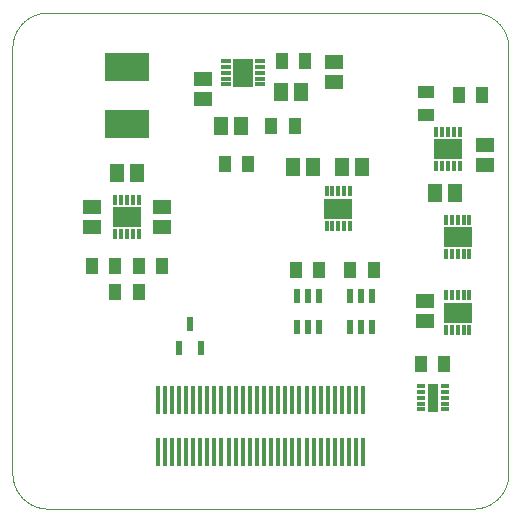
<source format=gtp>
G75*
%MOIN*%
%OFA0B0*%
%FSLAX25Y25*%
%IPPOS*%
%LPD*%
%AMOC8*
5,1,8,0,0,1.08239X$1,22.5*
%
%ADD10C,0.00000*%
%ADD11R,0.05118X0.05906*%
%ADD12R,0.05906X0.05118*%
%ADD13R,0.15000X0.09300*%
%ADD14R,0.04331X0.05512*%
%ADD15R,0.05512X0.04331*%
%ADD16R,0.02200X0.05000*%
%ADD17R,0.01378X0.09646*%
%ADD18R,0.01200X0.03200*%
%ADD19R,0.09400X0.06500*%
%ADD20R,0.03200X0.01200*%
%ADD21R,0.06500X0.09400*%
%ADD22R,0.02600X0.01200*%
%ADD23R,0.03300X0.09400*%
D10*
X0001500Y0013311D02*
X0001500Y0155043D01*
X0001503Y0155328D01*
X0001514Y0155614D01*
X0001531Y0155899D01*
X0001555Y0156183D01*
X0001586Y0156467D01*
X0001624Y0156750D01*
X0001669Y0157031D01*
X0001720Y0157312D01*
X0001778Y0157592D01*
X0001843Y0157870D01*
X0001915Y0158146D01*
X0001993Y0158420D01*
X0002078Y0158693D01*
X0002170Y0158963D01*
X0002268Y0159231D01*
X0002372Y0159497D01*
X0002483Y0159760D01*
X0002600Y0160020D01*
X0002723Y0160278D01*
X0002853Y0160532D01*
X0002989Y0160783D01*
X0003130Y0161031D01*
X0003278Y0161275D01*
X0003431Y0161516D01*
X0003591Y0161752D01*
X0003756Y0161985D01*
X0003926Y0162214D01*
X0004102Y0162439D01*
X0004284Y0162659D01*
X0004470Y0162875D01*
X0004662Y0163086D01*
X0004859Y0163293D01*
X0005061Y0163495D01*
X0005268Y0163692D01*
X0005479Y0163884D01*
X0005695Y0164070D01*
X0005915Y0164252D01*
X0006140Y0164428D01*
X0006369Y0164598D01*
X0006602Y0164763D01*
X0006838Y0164923D01*
X0007079Y0165076D01*
X0007323Y0165224D01*
X0007571Y0165365D01*
X0007822Y0165501D01*
X0008076Y0165631D01*
X0008334Y0165754D01*
X0008594Y0165871D01*
X0008857Y0165982D01*
X0009123Y0166086D01*
X0009391Y0166184D01*
X0009661Y0166276D01*
X0009934Y0166361D01*
X0010208Y0166439D01*
X0010484Y0166511D01*
X0010762Y0166576D01*
X0011042Y0166634D01*
X0011323Y0166685D01*
X0011604Y0166730D01*
X0011887Y0166768D01*
X0012171Y0166799D01*
X0012455Y0166823D01*
X0012740Y0166840D01*
X0013026Y0166851D01*
X0013311Y0166854D01*
X0155043Y0166854D01*
X0155328Y0166851D01*
X0155614Y0166840D01*
X0155899Y0166823D01*
X0156183Y0166799D01*
X0156467Y0166768D01*
X0156750Y0166730D01*
X0157031Y0166685D01*
X0157312Y0166634D01*
X0157592Y0166576D01*
X0157870Y0166511D01*
X0158146Y0166439D01*
X0158420Y0166361D01*
X0158693Y0166276D01*
X0158963Y0166184D01*
X0159231Y0166086D01*
X0159497Y0165982D01*
X0159760Y0165871D01*
X0160020Y0165754D01*
X0160278Y0165631D01*
X0160532Y0165501D01*
X0160783Y0165365D01*
X0161031Y0165224D01*
X0161275Y0165076D01*
X0161516Y0164923D01*
X0161752Y0164763D01*
X0161985Y0164598D01*
X0162214Y0164428D01*
X0162439Y0164252D01*
X0162659Y0164070D01*
X0162875Y0163884D01*
X0163086Y0163692D01*
X0163293Y0163495D01*
X0163495Y0163293D01*
X0163692Y0163086D01*
X0163884Y0162875D01*
X0164070Y0162659D01*
X0164252Y0162439D01*
X0164428Y0162214D01*
X0164598Y0161985D01*
X0164763Y0161752D01*
X0164923Y0161516D01*
X0165076Y0161275D01*
X0165224Y0161031D01*
X0165365Y0160783D01*
X0165501Y0160532D01*
X0165631Y0160278D01*
X0165754Y0160020D01*
X0165871Y0159760D01*
X0165982Y0159497D01*
X0166086Y0159231D01*
X0166184Y0158963D01*
X0166276Y0158693D01*
X0166361Y0158420D01*
X0166439Y0158146D01*
X0166511Y0157870D01*
X0166576Y0157592D01*
X0166634Y0157312D01*
X0166685Y0157031D01*
X0166730Y0156750D01*
X0166768Y0156467D01*
X0166799Y0156183D01*
X0166823Y0155899D01*
X0166840Y0155614D01*
X0166851Y0155328D01*
X0166854Y0155043D01*
X0166854Y0013311D01*
X0166851Y0013026D01*
X0166840Y0012740D01*
X0166823Y0012455D01*
X0166799Y0012171D01*
X0166768Y0011887D01*
X0166730Y0011604D01*
X0166685Y0011323D01*
X0166634Y0011042D01*
X0166576Y0010762D01*
X0166511Y0010484D01*
X0166439Y0010208D01*
X0166361Y0009934D01*
X0166276Y0009661D01*
X0166184Y0009391D01*
X0166086Y0009123D01*
X0165982Y0008857D01*
X0165871Y0008594D01*
X0165754Y0008334D01*
X0165631Y0008076D01*
X0165501Y0007822D01*
X0165365Y0007571D01*
X0165224Y0007323D01*
X0165076Y0007079D01*
X0164923Y0006838D01*
X0164763Y0006602D01*
X0164598Y0006369D01*
X0164428Y0006140D01*
X0164252Y0005915D01*
X0164070Y0005695D01*
X0163884Y0005479D01*
X0163692Y0005268D01*
X0163495Y0005061D01*
X0163293Y0004859D01*
X0163086Y0004662D01*
X0162875Y0004470D01*
X0162659Y0004284D01*
X0162439Y0004102D01*
X0162214Y0003926D01*
X0161985Y0003756D01*
X0161752Y0003591D01*
X0161516Y0003431D01*
X0161275Y0003278D01*
X0161031Y0003130D01*
X0160783Y0002989D01*
X0160532Y0002853D01*
X0160278Y0002723D01*
X0160020Y0002600D01*
X0159760Y0002483D01*
X0159497Y0002372D01*
X0159231Y0002268D01*
X0158963Y0002170D01*
X0158693Y0002078D01*
X0158420Y0001993D01*
X0158146Y0001915D01*
X0157870Y0001843D01*
X0157592Y0001778D01*
X0157312Y0001720D01*
X0157031Y0001669D01*
X0156750Y0001624D01*
X0156467Y0001586D01*
X0156183Y0001555D01*
X0155899Y0001531D01*
X0155614Y0001514D01*
X0155328Y0001503D01*
X0155043Y0001500D01*
X0013311Y0001500D01*
X0013026Y0001503D01*
X0012740Y0001514D01*
X0012455Y0001531D01*
X0012171Y0001555D01*
X0011887Y0001586D01*
X0011604Y0001624D01*
X0011323Y0001669D01*
X0011042Y0001720D01*
X0010762Y0001778D01*
X0010484Y0001843D01*
X0010208Y0001915D01*
X0009934Y0001993D01*
X0009661Y0002078D01*
X0009391Y0002170D01*
X0009123Y0002268D01*
X0008857Y0002372D01*
X0008594Y0002483D01*
X0008334Y0002600D01*
X0008076Y0002723D01*
X0007822Y0002853D01*
X0007571Y0002989D01*
X0007323Y0003130D01*
X0007079Y0003278D01*
X0006838Y0003431D01*
X0006602Y0003591D01*
X0006369Y0003756D01*
X0006140Y0003926D01*
X0005915Y0004102D01*
X0005695Y0004284D01*
X0005479Y0004470D01*
X0005268Y0004662D01*
X0005061Y0004859D01*
X0004859Y0005061D01*
X0004662Y0005268D01*
X0004470Y0005479D01*
X0004284Y0005695D01*
X0004102Y0005915D01*
X0003926Y0006140D01*
X0003756Y0006369D01*
X0003591Y0006602D01*
X0003431Y0006838D01*
X0003278Y0007079D01*
X0003130Y0007323D01*
X0002989Y0007571D01*
X0002853Y0007822D01*
X0002723Y0008076D01*
X0002600Y0008334D01*
X0002483Y0008594D01*
X0002372Y0008857D01*
X0002268Y0009123D01*
X0002170Y0009391D01*
X0002078Y0009661D01*
X0001993Y0009934D01*
X0001915Y0010208D01*
X0001843Y0010484D01*
X0001778Y0010762D01*
X0001720Y0011042D01*
X0001669Y0011323D01*
X0001624Y0011604D01*
X0001586Y0011887D01*
X0001555Y0012171D01*
X0001531Y0012455D01*
X0001514Y0012740D01*
X0001503Y0013026D01*
X0001500Y0013311D01*
D11*
X0036343Y0113311D03*
X0043035Y0113311D03*
X0070988Y0129059D03*
X0077681Y0129059D03*
X0091067Y0140476D03*
X0097760Y0140476D03*
X0095043Y0115319D03*
X0101736Y0115319D03*
X0111500Y0115280D03*
X0118193Y0115280D03*
X0142248Y0106618D03*
X0148941Y0106618D03*
D12*
X0159177Y0115870D03*
X0159177Y0122563D03*
X0108587Y0143823D03*
X0108587Y0150516D03*
X0064886Y0144610D03*
X0064886Y0137917D03*
X0051500Y0102091D03*
X0051500Y0095398D03*
X0027878Y0095398D03*
X0027878Y0102091D03*
X0138902Y0070594D03*
X0138902Y0063902D03*
D13*
X0039689Y0129795D03*
X0039689Y0148795D03*
D14*
X0072248Y0116500D03*
X0080122Y0116500D03*
X0087720Y0129059D03*
X0095594Y0129059D03*
X0099138Y0150713D03*
X0091264Y0150713D03*
X0150319Y0139295D03*
X0158193Y0139295D03*
X0121972Y0081028D03*
X0114098Y0081028D03*
X0103862Y0081028D03*
X0095988Y0081028D03*
X0137642Y0049571D03*
X0145516Y0049571D03*
X0051500Y0082209D03*
X0043626Y0082209D03*
X0035752Y0082209D03*
X0027878Y0082209D03*
X0035752Y0073547D03*
X0043626Y0073547D03*
D15*
X0139295Y0132602D03*
X0139295Y0140476D03*
D16*
X0121342Y0072348D03*
X0117642Y0072348D03*
X0113942Y0072348D03*
X0113942Y0062148D03*
X0117642Y0062148D03*
X0121342Y0062148D03*
X0103625Y0062148D03*
X0099925Y0062148D03*
X0096225Y0062148D03*
X0096225Y0072348D03*
X0099925Y0072348D03*
X0103625Y0072348D03*
X0064491Y0054880D03*
X0057091Y0054880D03*
X0060791Y0063080D03*
D17*
X0061736Y0037819D03*
X0059374Y0037819D03*
X0057012Y0037819D03*
X0054650Y0037819D03*
X0052287Y0037819D03*
X0049925Y0037819D03*
X0064098Y0037819D03*
X0066461Y0037819D03*
X0068823Y0037819D03*
X0071185Y0037819D03*
X0073547Y0037819D03*
X0075909Y0037819D03*
X0078272Y0037819D03*
X0080634Y0037819D03*
X0082996Y0037819D03*
X0085358Y0037819D03*
X0087720Y0037819D03*
X0090083Y0037819D03*
X0092445Y0037819D03*
X0094807Y0037819D03*
X0097169Y0037819D03*
X0099531Y0037819D03*
X0101894Y0037819D03*
X0104256Y0037819D03*
X0106618Y0037819D03*
X0108980Y0037819D03*
X0111343Y0037819D03*
X0113705Y0037819D03*
X0116067Y0037819D03*
X0118429Y0037819D03*
X0118429Y0020299D03*
X0116067Y0020299D03*
X0113705Y0020299D03*
X0111343Y0020299D03*
X0108980Y0020299D03*
X0106618Y0020299D03*
X0104256Y0020299D03*
X0101894Y0020299D03*
X0099531Y0020299D03*
X0097169Y0020299D03*
X0094807Y0020299D03*
X0092445Y0020299D03*
X0090083Y0020299D03*
X0087720Y0020299D03*
X0085358Y0020299D03*
X0082996Y0020299D03*
X0080634Y0020299D03*
X0078272Y0020299D03*
X0075909Y0020299D03*
X0073547Y0020299D03*
X0071185Y0020299D03*
X0068823Y0020299D03*
X0066461Y0020299D03*
X0064098Y0020299D03*
X0061736Y0020299D03*
X0059374Y0020299D03*
X0057012Y0020299D03*
X0054650Y0020299D03*
X0052287Y0020299D03*
X0049925Y0020299D03*
D18*
X0043589Y0093044D03*
X0041689Y0093044D03*
X0039689Y0093044D03*
X0037689Y0093044D03*
X0035789Y0093044D03*
X0035789Y0104444D03*
X0037689Y0104444D03*
X0039689Y0104444D03*
X0041689Y0104444D03*
X0043589Y0104444D03*
X0106261Y0107300D03*
X0108161Y0107300D03*
X0110161Y0107300D03*
X0112161Y0107300D03*
X0114061Y0107300D03*
X0114061Y0095700D03*
X0112161Y0095700D03*
X0110161Y0095700D03*
X0108161Y0095700D03*
X0106261Y0095700D03*
X0142836Y0115564D03*
X0144736Y0115564D03*
X0146736Y0115564D03*
X0148736Y0115564D03*
X0150636Y0115564D03*
X0150636Y0126964D03*
X0148736Y0126964D03*
X0146736Y0126964D03*
X0144736Y0126964D03*
X0142836Y0126964D03*
X0146025Y0097751D03*
X0147925Y0097751D03*
X0149925Y0097751D03*
X0151925Y0097751D03*
X0153825Y0097751D03*
X0153825Y0086351D03*
X0151925Y0086351D03*
X0149925Y0086351D03*
X0147925Y0086351D03*
X0146025Y0086351D03*
X0146025Y0072554D03*
X0147925Y0072554D03*
X0149925Y0072554D03*
X0151925Y0072554D03*
X0153825Y0072554D03*
X0153825Y0061154D03*
X0151925Y0061154D03*
X0149925Y0061154D03*
X0147925Y0061154D03*
X0146025Y0061154D03*
D19*
X0149925Y0066854D03*
X0149925Y0092051D03*
X0146736Y0121264D03*
X0110161Y0101500D03*
X0039689Y0098744D03*
D20*
X0072572Y0142876D03*
X0072572Y0144776D03*
X0072572Y0146776D03*
X0072572Y0148776D03*
X0072572Y0150676D03*
X0083972Y0150676D03*
X0083972Y0148776D03*
X0083972Y0146776D03*
X0083972Y0144776D03*
X0083972Y0142876D03*
D21*
X0078272Y0146776D03*
D22*
X0137657Y0042408D03*
X0137657Y0040508D03*
X0137657Y0038508D03*
X0137657Y0036508D03*
X0137657Y0034608D03*
X0145657Y0034608D03*
X0145657Y0036508D03*
X0145657Y0038508D03*
X0145657Y0040508D03*
X0145657Y0042408D03*
D23*
X0141657Y0038508D03*
M02*

</source>
